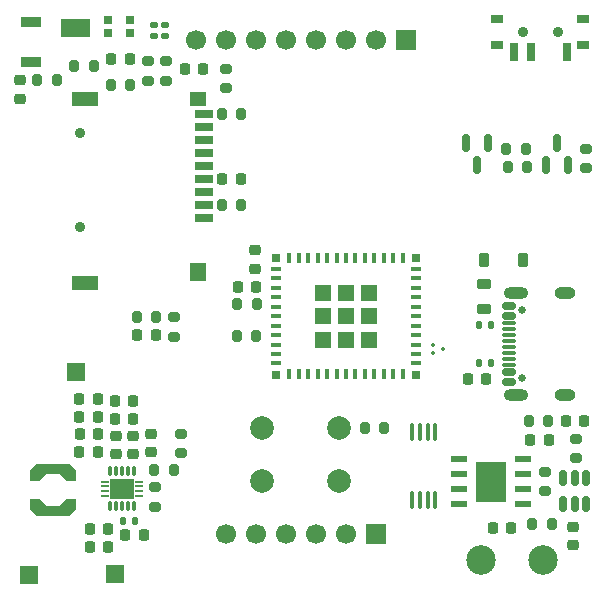
<source format=gbr>
%TF.GenerationSoftware,KiCad,Pcbnew,9.0.1*%
%TF.CreationDate,2025-09-03T21:59:17+02:00*%
%TF.ProjectId,cartouche v1,63617274-6f75-4636-9865-2076312e6b69,rev?*%
%TF.SameCoordinates,Original*%
%TF.FileFunction,Soldermask,Top*%
%TF.FilePolarity,Negative*%
%FSLAX46Y46*%
G04 Gerber Fmt 4.6, Leading zero omitted, Abs format (unit mm)*
G04 Created by KiCad (PCBNEW 9.0.1) date 2025-09-03 21:59:17*
%MOMM*%
%LPD*%
G01*
G04 APERTURE LIST*
G04 Aperture macros list*
%AMRoundRect*
0 Rectangle with rounded corners*
0 $1 Rounding radius*
0 $2 $3 $4 $5 $6 $7 $8 $9 X,Y pos of 4 corners*
0 Add a 4 corners polygon primitive as box body*
4,1,4,$2,$3,$4,$5,$6,$7,$8,$9,$2,$3,0*
0 Add four circle primitives for the rounded corners*
1,1,$1+$1,$2,$3*
1,1,$1+$1,$4,$5*
1,1,$1+$1,$6,$7*
1,1,$1+$1,$8,$9*
0 Add four rect primitives between the rounded corners*
20,1,$1+$1,$2,$3,$4,$5,0*
20,1,$1+$1,$4,$5,$6,$7,0*
20,1,$1+$1,$6,$7,$8,$9,0*
20,1,$1+$1,$8,$9,$2,$3,0*%
%AMFreePoly0*
4,1,11,1.015000,1.170000,0.435000,0.575000,0.435000,-0.575000,1.015000,-1.170000,1.015000,-1.945000,0.125000,-1.945000,-0.435000,-1.395000,-0.435000,1.395000,0.125000,1.945000,1.015000,1.945000,1.015000,1.170000,1.015000,1.170000,$1*%
%AMFreePoly1*
4,1,11,0.435000,1.395000,0.435000,-1.395000,-0.125000,-1.945000,-1.015000,-1.945000,-1.015000,-1.170000,-0.435000,-0.575000,-0.435000,0.575000,-1.015000,1.170000,-1.015000,1.945000,-0.125000,1.945000,0.435000,1.395000,0.435000,1.395000,$1*%
%AMFreePoly2*
4,1,6,1.000000,0.000000,0.500000,-0.750000,-0.500000,-0.750000,-0.500000,0.750000,0.500000,0.750000,1.000000,0.000000,1.000000,0.000000,$1*%
%AMFreePoly3*
4,1,6,0.500000,-0.750000,-0.650000,-0.750000,-0.150000,0.000000,-0.650000,0.750000,0.500000,0.750000,0.500000,-0.750000,0.500000,-0.750000,$1*%
G04 Aperture macros list end*
%ADD10RoundRect,0.147500X0.172500X-0.147500X0.172500X0.147500X-0.172500X0.147500X-0.172500X-0.147500X0*%
%ADD11R,1.400000X1.200000*%
%ADD12R,2.200000X1.200000*%
%ADD13R,1.400000X1.600000*%
%ADD14R,1.600000X0.700000*%
%ADD15C,0.900000*%
%ADD16RoundRect,0.200000X0.200000X0.275000X-0.200000X0.275000X-0.200000X-0.275000X0.200000X-0.275000X0*%
%ADD17RoundRect,0.200000X-0.200000X-0.275000X0.200000X-0.275000X0.200000X0.275000X-0.200000X0.275000X0*%
%ADD18RoundRect,0.200000X-0.275000X0.200000X-0.275000X-0.200000X0.275000X-0.200000X0.275000X0.200000X0*%
%ADD19RoundRect,0.135000X0.135000X0.185000X-0.135000X0.185000X-0.135000X-0.185000X0.135000X-0.185000X0*%
%ADD20RoundRect,0.200000X0.275000X-0.200000X0.275000X0.200000X-0.275000X0.200000X-0.275000X-0.200000X0*%
%ADD21RoundRect,0.075000X-0.075000X0.075000X-0.075000X-0.075000X0.075000X-0.075000X0.075000X0.075000X0*%
%ADD22RoundRect,0.225000X0.225000X0.250000X-0.225000X0.250000X-0.225000X-0.250000X0.225000X-0.250000X0*%
%ADD23RoundRect,0.225000X-0.225000X-0.250000X0.225000X-0.250000X0.225000X0.250000X-0.225000X0.250000X0*%
%ADD24R,1.500000X1.500000*%
%ADD25R,0.280000X0.280000*%
%ADD26O,0.280000X0.850000*%
%ADD27R,0.600000X0.230000*%
%ADD28R,0.700000X0.250000*%
%ADD29R,0.900000X0.650000*%
%ADD30R,2.150000X1.700000*%
%ADD31R,1.000000X0.800000*%
%ADD32R,0.700000X1.500000*%
%ADD33C,2.000000*%
%ADD34RoundRect,0.225000X-0.250000X0.225000X-0.250000X-0.225000X0.250000X-0.225000X0.250000X0.225000X0*%
%ADD35RoundRect,0.225000X0.225000X0.375000X-0.225000X0.375000X-0.225000X-0.375000X0.225000X-0.375000X0*%
%ADD36FreePoly0,90.000000*%
%ADD37FreePoly1,90.000000*%
%ADD38RoundRect,0.150000X0.150000X-0.587500X0.150000X0.587500X-0.150000X0.587500X-0.150000X-0.587500X0*%
%ADD39R,1.700000X0.900000*%
%ADD40RoundRect,0.218750X0.381250X-0.218750X0.381250X0.218750X-0.381250X0.218750X-0.381250X-0.218750X0*%
%ADD41R,1.700000X1.700000*%
%ADD42C,1.700000*%
%ADD43R,1.454899X0.558000*%
%ADD44R,2.514600X3.403600*%
%ADD45RoundRect,0.135000X-0.135000X-0.185000X0.135000X-0.185000X0.135000X0.185000X-0.135000X0.185000X0*%
%ADD46RoundRect,0.225000X0.250000X-0.225000X0.250000X0.225000X-0.250000X0.225000X-0.250000X-0.225000X0*%
%ADD47RoundRect,0.150000X-0.150000X0.512500X-0.150000X-0.512500X0.150000X-0.512500X0.150000X0.512500X0*%
%ADD48FreePoly2,0.000000*%
%ADD49FreePoly3,0.000000*%
%ADD50C,0.650000*%
%ADD51RoundRect,0.150000X0.425000X-0.150000X0.425000X0.150000X-0.425000X0.150000X-0.425000X-0.150000X0*%
%ADD52RoundRect,0.075000X0.500000X-0.075000X0.500000X0.075000X-0.500000X0.075000X-0.500000X-0.075000X0*%
%ADD53O,2.100000X1.000000*%
%ADD54O,1.800000X1.000000*%
%ADD55RoundRect,0.150000X-0.150000X0.587500X-0.150000X-0.587500X0.150000X-0.587500X0.150000X0.587500X0*%
%ADD56RoundRect,0.100000X0.100000X-0.637500X0.100000X0.637500X-0.100000X0.637500X-0.100000X-0.637500X0*%
%ADD57C,2.500000*%
%ADD58RoundRect,0.218750X0.218750X0.256250X-0.218750X0.256250X-0.218750X-0.256250X0.218750X-0.256250X0*%
%ADD59R,0.812800X0.406400*%
%ADD60R,0.406400X0.812800*%
%ADD61R,1.447800X1.447800*%
%ADD62R,0.711200X0.711200*%
%ADD63R,0.700000X0.700000*%
G04 APERTURE END LIST*
%TO.C,BM*%
G36*
X130000000Y-79550000D02*
G01*
X132450000Y-79550000D01*
X132450000Y-81050000D01*
X130000000Y-81050000D01*
X130000000Y-79550000D01*
G37*
%TD*%
D10*
%TO.C,charge*%
X138800000Y-80030000D03*
X138800000Y-81000000D03*
%TD*%
%TO.C,charged*%
X137800000Y-80015000D03*
X137800000Y-80985000D03*
%TD*%
D11*
%TO.C,microSD*%
X141587500Y-86350000D03*
D12*
X131987500Y-86350000D03*
D13*
X141587500Y-100950000D03*
D12*
X131987500Y-101850000D03*
D14*
X142087500Y-87550000D03*
X142087500Y-88650000D03*
X142087500Y-89750000D03*
X142087500Y-90850000D03*
X142087500Y-91950000D03*
X142087500Y-93050000D03*
X142087500Y-94150000D03*
X142087500Y-95250000D03*
X142087500Y-96350000D03*
D15*
X131587500Y-89150000D03*
X131587500Y-97150000D03*
%TD*%
D16*
%TO.C,R4*%
X129625000Y-84700000D03*
X127975000Y-84700000D03*
%TD*%
D17*
%TO.C,R13*%
X137875000Y-117700000D03*
X139525000Y-117700000D03*
%TD*%
D18*
%TO.C,R24*%
X138850000Y-83125000D03*
X138850000Y-84775000D03*
%TD*%
D19*
%TO.C,R16*%
X166410000Y-108650000D03*
X165390000Y-108650000D03*
%TD*%
D20*
%TO.C,R21*%
X143900000Y-85400000D03*
X143900000Y-83750000D03*
%TD*%
D21*
%TO.C,U2*%
X161475000Y-107150000D03*
X161475000Y-107850000D03*
X162325000Y-107500000D03*
%TD*%
D22*
%TO.C,C4*%
X137975000Y-106300000D03*
X136425000Y-106300000D03*
%TD*%
D23*
%TO.C,C18*%
X164425000Y-110000000D03*
X165975000Y-110000000D03*
%TD*%
D24*
%TO.C,GND*%
X127300000Y-126600000D03*
%TD*%
D25*
%TO.C,U_polux1*%
X134125000Y-121060000D03*
D26*
X134125000Y-120775000D03*
D25*
X134625000Y-121060000D03*
D26*
X134625000Y-120775000D03*
D25*
X135125000Y-121060000D03*
D26*
X135125000Y-120775000D03*
D25*
X135625000Y-121060000D03*
D26*
X135625000Y-120775000D03*
D25*
X136125000Y-121060000D03*
D26*
X136125000Y-120775000D03*
X136125000Y-117825000D03*
D25*
X136125000Y-117540000D03*
D26*
X135625000Y-117825000D03*
D25*
X135625000Y-117540000D03*
D26*
X135125000Y-117825000D03*
D25*
X135125000Y-117540000D03*
D26*
X134625000Y-117825000D03*
D25*
X134625000Y-117540000D03*
D26*
X134125000Y-117825000D03*
D25*
X134125000Y-117540000D03*
D27*
X133700000Y-119900000D03*
D28*
X133700000Y-119900000D03*
D27*
X136550000Y-119900000D03*
D28*
X136550000Y-119900000D03*
D29*
X134565000Y-119735000D03*
X135685000Y-119735000D03*
D27*
X133700000Y-119500000D03*
D28*
X133700000Y-119500000D03*
D27*
X136550000Y-119500000D03*
D28*
X136550000Y-119500000D03*
D30*
X135125000Y-119300000D03*
D27*
X133700000Y-119100000D03*
D28*
X133700000Y-119100000D03*
D27*
X136550000Y-119100000D03*
D28*
X136550000Y-119100000D03*
D29*
X134565000Y-118865000D03*
X135685000Y-118865000D03*
D27*
X133700000Y-118700000D03*
D28*
X133700000Y-118700000D03*
D27*
X136550000Y-118700000D03*
D28*
X136550000Y-118700000D03*
%TD*%
D31*
%TO.C,SWITCH ON/OFF*%
X174200000Y-81710000D03*
X174200000Y-79500000D03*
D15*
X172050000Y-80600000D03*
X169050000Y-80600000D03*
D31*
X166900000Y-81710000D03*
X166900000Y-79500000D03*
D32*
X172800000Y-82360000D03*
X169800000Y-82360000D03*
X168300000Y-82360000D03*
%TD*%
D23*
%TO.C,C12*%
X131525000Y-116200000D03*
X133075000Y-116200000D03*
%TD*%
D18*
%TO.C,R10*%
X174400000Y-90500000D03*
X174400000Y-92150000D03*
%TD*%
D33*
%TO.C,S1*%
X147024999Y-114150000D03*
X153524999Y-114150000D03*
X147024999Y-118650000D03*
X153524999Y-118650000D03*
%TD*%
D34*
%TO.C,C11*%
X134600000Y-114825000D03*
X134600000Y-116375000D03*
%TD*%
D23*
%TO.C,C15*%
X131525000Y-113200000D03*
X133075000Y-113200000D03*
%TD*%
D35*
%TO.C,D1*%
X169100000Y-99900000D03*
X165800000Y-99900000D03*
%TD*%
D36*
%TO.C,U_coil_polux1*%
X129300000Y-121165000D03*
D37*
X129300000Y-117635000D03*
%TD*%
D38*
%TO.C,Q1*%
X171000000Y-91900000D03*
X172900000Y-91900000D03*
X171950000Y-90025000D03*
%TD*%
D18*
%TO.C,R14*%
X140100000Y-114650000D03*
X140100000Y-116300000D03*
%TD*%
D17*
%TO.C,R18*%
X143575000Y-95300000D03*
X145225000Y-95300000D03*
%TD*%
D39*
%TO.C,SW1*%
X127400000Y-79800000D03*
X127400000Y-83200000D03*
%TD*%
D18*
%TO.C,R6*%
X139500000Y-104775000D03*
X139500000Y-106425000D03*
%TD*%
D22*
%TO.C,C16*%
X136075000Y-113400000D03*
X134525000Y-113400000D03*
%TD*%
D34*
%TO.C,C3*%
X126500000Y-84725000D03*
X126500000Y-86275000D03*
%TD*%
D16*
%TO.C,R19*%
X145225000Y-87600000D03*
X143575000Y-87600000D03*
%TD*%
D40*
%TO.C,L1*%
X165800000Y-104112500D03*
X165800000Y-101987500D03*
%TD*%
D16*
%TO.C,R3*%
X157325000Y-114200000D03*
X155675000Y-114200000D03*
%TD*%
D18*
%TO.C,R26*%
X137350000Y-83125000D03*
X137350000Y-84775000D03*
%TD*%
D24*
%TO.C,VIN*%
X134500000Y-126500000D03*
%TD*%
D17*
%TO.C,R11*%
X167775000Y-92100000D03*
X169425000Y-92100000D03*
%TD*%
%TO.C,R1*%
X144875000Y-103700000D03*
X146525000Y-103700000D03*
%TD*%
D34*
%TO.C,C10*%
X136100000Y-114825000D03*
X136100000Y-116375000D03*
%TD*%
D22*
%TO.C,C7*%
X136975000Y-123200000D03*
X135425000Y-123200000D03*
%TD*%
D41*
%TO.C,U4*%
X159164999Y-81300000D03*
D42*
X156624999Y-81300000D03*
X154084999Y-81300000D03*
X151544999Y-81300000D03*
X149004999Y-81300000D03*
X146464999Y-81300000D03*
X143924999Y-81300000D03*
X141384999Y-81300000D03*
%TD*%
D18*
%TO.C,R23*%
X170978652Y-117870000D03*
X170978652Y-119520000D03*
%TD*%
D43*
%TO.C,U_TC4056A1*%
X169121348Y-120605000D03*
X169121348Y-119335000D03*
X169121348Y-118065000D03*
X169121348Y-116795000D03*
X163678652Y-116795000D03*
X163678652Y-118065000D03*
X163678652Y-119335000D03*
X163678652Y-120605000D03*
D44*
X166400000Y-118700000D03*
%TD*%
D45*
%TO.C,R15*%
X165390000Y-105450000D03*
X166410000Y-105450000D03*
%TD*%
D23*
%TO.C,C8*%
X132425000Y-122700000D03*
X133975000Y-122700000D03*
%TD*%
D34*
%TO.C,C1*%
X146400000Y-99125000D03*
X146400000Y-100675000D03*
%TD*%
D16*
%TO.C,R20*%
X146500000Y-106400000D03*
X144850000Y-106400000D03*
%TD*%
%TO.C,R5*%
X132725000Y-83550000D03*
X131075000Y-83550000D03*
%TD*%
D23*
%TO.C,C6*%
X132400000Y-124200000D03*
X133950000Y-124200000D03*
%TD*%
D46*
%TO.C,C22*%
X173300000Y-124075000D03*
X173300000Y-122525000D03*
%TD*%
D41*
%TO.C,J2*%
X156624999Y-123100000D03*
D42*
X154084999Y-123100000D03*
X151544999Y-123100000D03*
X149004999Y-123100000D03*
X146464999Y-123100000D03*
X143924999Y-123100000D03*
%TD*%
D47*
%TO.C,U_DW01A1*%
X174400000Y-118362500D03*
X173450000Y-118362500D03*
X172500000Y-118362500D03*
X172500000Y-120637500D03*
X173450000Y-120637500D03*
X174400000Y-120637500D03*
%TD*%
D23*
%TO.C,C2*%
X144925000Y-102200000D03*
X146475000Y-102200000D03*
%TD*%
%TO.C,C13*%
X131525000Y-111700000D03*
X133075000Y-111700000D03*
%TD*%
D48*
%TO.C,BM*%
X130500000Y-80300000D03*
D49*
X131950000Y-80300000D03*
%TD*%
D45*
%TO.C,R8*%
X135190000Y-122000000D03*
X136210000Y-122000000D03*
%TD*%
D50*
%TO.C,USB-C*%
X168985000Y-109940000D03*
X168985000Y-104160000D03*
D51*
X167910000Y-110250000D03*
X167910000Y-109450000D03*
D52*
X167910000Y-108300000D03*
X167910000Y-107300000D03*
X167910000Y-106800000D03*
X167910000Y-105800000D03*
D51*
X167910000Y-104650000D03*
X167910000Y-103850000D03*
X167910000Y-103850000D03*
X167910000Y-104650000D03*
D52*
X167910000Y-105300000D03*
X167910000Y-106300000D03*
X167910000Y-107800000D03*
X167910000Y-108800000D03*
D51*
X167910000Y-109450000D03*
X167910000Y-110250000D03*
D53*
X168485000Y-111370000D03*
D54*
X172665000Y-111370000D03*
D53*
X168485000Y-102730000D03*
D54*
X172665000Y-102730000D03*
%TD*%
D17*
%TO.C,R7*%
X134175000Y-85100000D03*
X135825000Y-85100000D03*
%TD*%
D55*
%TO.C,Q2*%
X166150000Y-90000000D03*
X164250000Y-90000000D03*
X165200000Y-91875000D03*
%TD*%
D17*
%TO.C,R2*%
X136375000Y-104800000D03*
X138025000Y-104800000D03*
%TD*%
D18*
%TO.C,R12*%
X137900000Y-119175000D03*
X137900000Y-120825000D03*
%TD*%
D23*
%TO.C,C23*%
X166550000Y-122600000D03*
X168100000Y-122600000D03*
%TD*%
D22*
%TO.C,C5*%
X135775000Y-82900000D03*
X134225000Y-82900000D03*
%TD*%
D56*
%TO.C,Q3*%
X159703652Y-120262500D03*
X160353652Y-120262500D03*
X161003652Y-120262500D03*
X161653652Y-120262500D03*
X161653652Y-114537500D03*
X161003652Y-114537500D03*
X160353652Y-114537500D03*
X159703652Y-114537500D03*
%TD*%
D20*
%TO.C,R22*%
X173578652Y-116720000D03*
X173578652Y-115070000D03*
%TD*%
D23*
%TO.C,C19*%
X143625000Y-93100000D03*
X145175000Y-93100000D03*
%TD*%
D17*
%TO.C,R25*%
X169850000Y-122300000D03*
X171500000Y-122300000D03*
%TD*%
D24*
%TO.C,3V3*%
X131200000Y-109400000D03*
%TD*%
D17*
%TO.C,R9*%
X167675000Y-90500000D03*
X169325000Y-90500000D03*
%TD*%
%TO.C,R17*%
X169550000Y-113600000D03*
X171200000Y-113600000D03*
%TD*%
D22*
%TO.C,C14*%
X136075000Y-111900000D03*
X134525000Y-111900000D03*
%TD*%
D57*
%TO.C,BAT-*%
X165500000Y-125300000D03*
%TD*%
%TO.C,BAT+*%
X170800000Y-125300000D03*
%TD*%
D23*
%TO.C,C20*%
X140425000Y-83800000D03*
X141975000Y-83800000D03*
%TD*%
D46*
%TO.C,C9*%
X137600000Y-116200000D03*
X137600000Y-114650000D03*
%TD*%
D23*
%TO.C,C21*%
X169703652Y-115195000D03*
X171253652Y-115195000D03*
%TD*%
D58*
%TO.C,LED1*%
X174287500Y-113600000D03*
X172712500Y-113600000D03*
%TD*%
D59*
%TO.C,U1*%
X148200002Y-100700000D03*
X148200002Y-101500001D03*
X148200002Y-102300000D03*
X148200002Y-103100001D03*
X148200002Y-103899999D03*
X148200002Y-104700000D03*
X148200002Y-105500001D03*
X148200002Y-106299999D03*
X148200002Y-107100000D03*
X148200002Y-107899999D03*
X148200002Y-108700000D03*
D60*
X149299999Y-109600000D03*
X150100000Y-109600000D03*
X150900001Y-109600000D03*
X151700000Y-109600000D03*
X152500001Y-109600000D03*
X153299999Y-109600000D03*
X154100000Y-109600000D03*
X154900001Y-109600000D03*
X155699999Y-109600000D03*
X156500000Y-109600000D03*
X157299999Y-109600000D03*
X158100000Y-109600000D03*
X158899998Y-109600000D03*
D59*
X159999998Y-108700000D03*
X159999998Y-107899999D03*
X159999998Y-107100000D03*
X159999998Y-106299999D03*
X159999998Y-105500001D03*
X159999998Y-104700000D03*
X159999998Y-103899999D03*
X159999998Y-103100001D03*
X159999998Y-102300000D03*
X159999998Y-101500001D03*
X159999998Y-100700000D03*
D60*
X158900001Y-99800000D03*
X158100000Y-99800000D03*
X157299999Y-99800000D03*
X156500000Y-99800000D03*
X155699999Y-99800000D03*
X154900001Y-99800000D03*
X154100000Y-99800000D03*
X153299999Y-99800000D03*
X152500001Y-99800000D03*
X151700000Y-99800000D03*
X150900001Y-99800000D03*
X150100000Y-99800000D03*
X149300002Y-99800000D03*
D61*
X154100000Y-104700000D03*
D62*
X160050000Y-99750000D03*
X160050000Y-109650000D03*
X148150000Y-109650000D03*
X148150000Y-99750000D03*
D61*
X156075000Y-102725000D03*
X156075000Y-104700000D03*
X156075000Y-106675000D03*
X154100000Y-106675000D03*
X152125000Y-106675000D03*
X152125000Y-104700000D03*
X152125000Y-102725000D03*
X154100000Y-102725000D03*
%TD*%
D23*
%TO.C,C17*%
X131550000Y-114700000D03*
X133100000Y-114700000D03*
%TD*%
D63*
%TO.C,LED_RGB1*%
X133985000Y-79600000D03*
X133985000Y-80700000D03*
X135815000Y-80700000D03*
X135815000Y-79600000D03*
%TD*%
M02*

</source>
